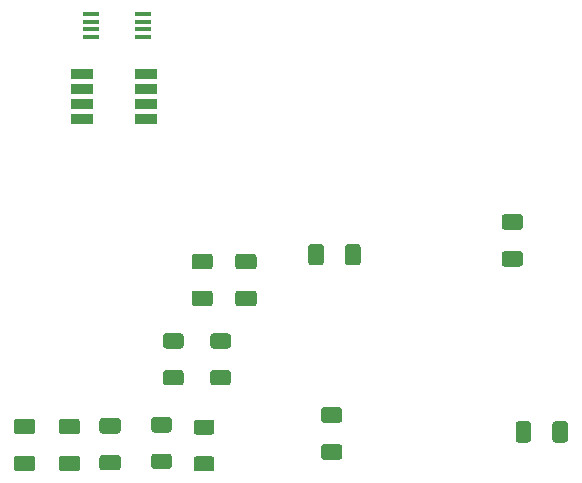
<source format=gbr>
%TF.GenerationSoftware,KiCad,Pcbnew,(5.1.10)-1*%
%TF.CreationDate,2021-12-06T12:22:38-06:00*%
%TF.ProjectId,FPGA-Shield,46504741-2d53-4686-9965-6c642e6b6963,rev?*%
%TF.SameCoordinates,Original*%
%TF.FileFunction,Paste,Top*%
%TF.FilePolarity,Positive*%
%FSLAX46Y46*%
G04 Gerber Fmt 4.6, Leading zero omitted, Abs format (unit mm)*
G04 Created by KiCad (PCBNEW (5.1.10)-1) date 2021-12-06 12:22:38*
%MOMM*%
%LPD*%
G01*
G04 APERTURE LIST*
%ADD10R,1.400000X0.450000*%
%ADD11R,1.906250X0.812500*%
G04 APERTURE END LIST*
%TO.C,R12*%
G36*
G01*
X140425000Y-74350000D02*
X139175000Y-74350000D01*
G75*
G02*
X138925000Y-74100000I0J250000D01*
G01*
X138925000Y-73300000D01*
G75*
G02*
X139175000Y-73050000I250000J0D01*
G01*
X140425000Y-73050000D01*
G75*
G02*
X140675000Y-73300000I0J-250000D01*
G01*
X140675000Y-74100000D01*
G75*
G02*
X140425000Y-74350000I-250000J0D01*
G01*
G37*
G36*
G01*
X140425000Y-77450000D02*
X139175000Y-77450000D01*
G75*
G02*
X138925000Y-77200000I0J250000D01*
G01*
X138925000Y-76400000D01*
G75*
G02*
X139175000Y-76150000I250000J0D01*
G01*
X140425000Y-76150000D01*
G75*
G02*
X140675000Y-76400000I0J-250000D01*
G01*
X140675000Y-77200000D01*
G75*
G02*
X140425000Y-77450000I-250000J0D01*
G01*
G37*
%TD*%
%TO.C,R11*%
G36*
G01*
X144425000Y-74350000D02*
X143175000Y-74350000D01*
G75*
G02*
X142925000Y-74100000I0J250000D01*
G01*
X142925000Y-73300000D01*
G75*
G02*
X143175000Y-73050000I250000J0D01*
G01*
X144425000Y-73050000D01*
G75*
G02*
X144675000Y-73300000I0J-250000D01*
G01*
X144675000Y-74100000D01*
G75*
G02*
X144425000Y-74350000I-250000J0D01*
G01*
G37*
G36*
G01*
X144425000Y-77450000D02*
X143175000Y-77450000D01*
G75*
G02*
X142925000Y-77200000I0J250000D01*
G01*
X142925000Y-76400000D01*
G75*
G02*
X143175000Y-76150000I250000J0D01*
G01*
X144425000Y-76150000D01*
G75*
G02*
X144675000Y-76400000I0J-250000D01*
G01*
X144675000Y-77200000D01*
G75*
G02*
X144425000Y-77450000I-250000J0D01*
G01*
G37*
%TD*%
%TO.C,R10*%
G36*
G01*
X143025000Y-81650000D02*
X141775000Y-81650000D01*
G75*
G02*
X141525000Y-81400000I0J250000D01*
G01*
X141525000Y-80600000D01*
G75*
G02*
X141775000Y-80350000I250000J0D01*
G01*
X143025000Y-80350000D01*
G75*
G02*
X143275000Y-80600000I0J-250000D01*
G01*
X143275000Y-81400000D01*
G75*
G02*
X143025000Y-81650000I-250000J0D01*
G01*
G37*
G36*
G01*
X143025000Y-84750000D02*
X141775000Y-84750000D01*
G75*
G02*
X141525000Y-84500000I0J250000D01*
G01*
X141525000Y-83700000D01*
G75*
G02*
X141775000Y-83450000I250000J0D01*
G01*
X143025000Y-83450000D01*
G75*
G02*
X143275000Y-83700000I0J-250000D01*
G01*
X143275000Y-84500000D01*
G75*
G02*
X143025000Y-84750000I-250000J0D01*
G01*
G37*
%TD*%
%TO.C,R9*%
G36*
G01*
X139425000Y-81450000D02*
X138175000Y-81450000D01*
G75*
G02*
X137925000Y-81200000I0J250000D01*
G01*
X137925000Y-80400000D01*
G75*
G02*
X138175000Y-80150000I250000J0D01*
G01*
X139425000Y-80150000D01*
G75*
G02*
X139675000Y-80400000I0J-250000D01*
G01*
X139675000Y-81200000D01*
G75*
G02*
X139425000Y-81450000I-250000J0D01*
G01*
G37*
G36*
G01*
X139425000Y-84550000D02*
X138175000Y-84550000D01*
G75*
G02*
X137925000Y-84300000I0J250000D01*
G01*
X137925000Y-83500000D01*
G75*
G02*
X138175000Y-83250000I250000J0D01*
G01*
X139425000Y-83250000D01*
G75*
G02*
X139675000Y-83500000I0J-250000D01*
G01*
X139675000Y-84300000D01*
G75*
G02*
X139425000Y-84550000I-250000J0D01*
G01*
G37*
%TD*%
%TO.C,C10*%
G36*
G01*
X145299999Y-69437500D02*
X146600001Y-69437500D01*
G75*
G02*
X146850000Y-69687499I0J-249999D01*
G01*
X146850000Y-70512501D01*
G75*
G02*
X146600001Y-70762500I-249999J0D01*
G01*
X145299999Y-70762500D01*
G75*
G02*
X145050000Y-70512501I0J249999D01*
G01*
X145050000Y-69687499D01*
G75*
G02*
X145299999Y-69437500I249999J0D01*
G01*
G37*
G36*
G01*
X145299999Y-66312500D02*
X146600001Y-66312500D01*
G75*
G02*
X146850000Y-66562499I0J-249999D01*
G01*
X146850000Y-67387501D01*
G75*
G02*
X146600001Y-67637500I-249999J0D01*
G01*
X145299999Y-67637500D01*
G75*
G02*
X145050000Y-67387501I0J249999D01*
G01*
X145050000Y-66562499D01*
G75*
G02*
X145299999Y-66312500I249999J0D01*
G01*
G37*
%TD*%
%TO.C,C9*%
G36*
G01*
X141599999Y-69437500D02*
X142900001Y-69437500D01*
G75*
G02*
X143150000Y-69687499I0J-249999D01*
G01*
X143150000Y-70512501D01*
G75*
G02*
X142900001Y-70762500I-249999J0D01*
G01*
X141599999Y-70762500D01*
G75*
G02*
X141350000Y-70512501I0J249999D01*
G01*
X141350000Y-69687499D01*
G75*
G02*
X141599999Y-69437500I249999J0D01*
G01*
G37*
G36*
G01*
X141599999Y-66312500D02*
X142900001Y-66312500D01*
G75*
G02*
X143150000Y-66562499I0J-249999D01*
G01*
X143150000Y-67387501D01*
G75*
G02*
X142900001Y-67637500I-249999J0D01*
G01*
X141599999Y-67637500D01*
G75*
G02*
X141350000Y-67387501I0J249999D01*
G01*
X141350000Y-66562499D01*
G75*
G02*
X141599999Y-66312500I249999J0D01*
G01*
G37*
%TD*%
%TO.C,C8*%
G36*
G01*
X130349999Y-83410000D02*
X131650001Y-83410000D01*
G75*
G02*
X131900000Y-83659999I0J-249999D01*
G01*
X131900000Y-84485001D01*
G75*
G02*
X131650001Y-84735000I-249999J0D01*
G01*
X130349999Y-84735000D01*
G75*
G02*
X130100000Y-84485001I0J249999D01*
G01*
X130100000Y-83659999D01*
G75*
G02*
X130349999Y-83410000I249999J0D01*
G01*
G37*
G36*
G01*
X130349999Y-80285000D02*
X131650001Y-80285000D01*
G75*
G02*
X131900000Y-80534999I0J-249999D01*
G01*
X131900000Y-81360001D01*
G75*
G02*
X131650001Y-81610000I-249999J0D01*
G01*
X130349999Y-81610000D01*
G75*
G02*
X130100000Y-81360001I0J249999D01*
G01*
X130100000Y-80534999D01*
G75*
G02*
X130349999Y-80285000I249999J0D01*
G01*
G37*
%TD*%
%TO.C,C7*%
G36*
G01*
X126549999Y-83400000D02*
X127850001Y-83400000D01*
G75*
G02*
X128100000Y-83649999I0J-249999D01*
G01*
X128100000Y-84475001D01*
G75*
G02*
X127850001Y-84725000I-249999J0D01*
G01*
X126549999Y-84725000D01*
G75*
G02*
X126300000Y-84475001I0J249999D01*
G01*
X126300000Y-83649999D01*
G75*
G02*
X126549999Y-83400000I249999J0D01*
G01*
G37*
G36*
G01*
X126549999Y-80275000D02*
X127850001Y-80275000D01*
G75*
G02*
X128100000Y-80524999I0J-249999D01*
G01*
X128100000Y-81350001D01*
G75*
G02*
X127850001Y-81600000I-249999J0D01*
G01*
X126549999Y-81600000D01*
G75*
G02*
X126300000Y-81350001I0J249999D01*
G01*
X126300000Y-80524999D01*
G75*
G02*
X126549999Y-80275000I249999J0D01*
G01*
G37*
%TD*%
%TO.C,C6*%
G36*
G01*
X133799999Y-83337500D02*
X135100001Y-83337500D01*
G75*
G02*
X135350000Y-83587499I0J-249999D01*
G01*
X135350000Y-84412501D01*
G75*
G02*
X135100001Y-84662500I-249999J0D01*
G01*
X133799999Y-84662500D01*
G75*
G02*
X133550000Y-84412501I0J249999D01*
G01*
X133550000Y-83587499D01*
G75*
G02*
X133799999Y-83337500I249999J0D01*
G01*
G37*
G36*
G01*
X133799999Y-80212500D02*
X135100001Y-80212500D01*
G75*
G02*
X135350000Y-80462499I0J-249999D01*
G01*
X135350000Y-81287501D01*
G75*
G02*
X135100001Y-81537500I-249999J0D01*
G01*
X133799999Y-81537500D01*
G75*
G02*
X133550000Y-81287501I0J249999D01*
G01*
X133550000Y-80462499D01*
G75*
G02*
X133799999Y-80212500I249999J0D01*
G01*
G37*
%TD*%
%TO.C,C5*%
G36*
G01*
X170100000Y-80749999D02*
X170100000Y-82050001D01*
G75*
G02*
X169850001Y-82300000I-249999J0D01*
G01*
X169024999Y-82300000D01*
G75*
G02*
X168775000Y-82050001I0J249999D01*
G01*
X168775000Y-80749999D01*
G75*
G02*
X169024999Y-80500000I249999J0D01*
G01*
X169850001Y-80500000D01*
G75*
G02*
X170100000Y-80749999I0J-249999D01*
G01*
G37*
G36*
G01*
X173225000Y-80749999D02*
X173225000Y-82050001D01*
G75*
G02*
X172975001Y-82300000I-249999J0D01*
G01*
X172149999Y-82300000D01*
G75*
G02*
X171900000Y-82050001I0J249999D01*
G01*
X171900000Y-80749999D01*
G75*
G02*
X172149999Y-80500000I249999J0D01*
G01*
X172975001Y-80500000D01*
G75*
G02*
X173225000Y-80749999I0J-249999D01*
G01*
G37*
%TD*%
%TO.C,C4*%
G36*
G01*
X153850001Y-80637500D02*
X152549999Y-80637500D01*
G75*
G02*
X152300000Y-80387501I0J249999D01*
G01*
X152300000Y-79562499D01*
G75*
G02*
X152549999Y-79312500I249999J0D01*
G01*
X153850001Y-79312500D01*
G75*
G02*
X154100000Y-79562499I0J-249999D01*
G01*
X154100000Y-80387501D01*
G75*
G02*
X153850001Y-80637500I-249999J0D01*
G01*
G37*
G36*
G01*
X153850001Y-83762500D02*
X152549999Y-83762500D01*
G75*
G02*
X152300000Y-83512501I0J249999D01*
G01*
X152300000Y-82687499D01*
G75*
G02*
X152549999Y-82437500I249999J0D01*
G01*
X153850001Y-82437500D01*
G75*
G02*
X154100000Y-82687499I0J-249999D01*
G01*
X154100000Y-83512501D01*
G75*
G02*
X153850001Y-83762500I-249999J0D01*
G01*
G37*
%TD*%
%TO.C,C3*%
G36*
G01*
X167849999Y-66087500D02*
X169150001Y-66087500D01*
G75*
G02*
X169400000Y-66337499I0J-249999D01*
G01*
X169400000Y-67162501D01*
G75*
G02*
X169150001Y-67412500I-249999J0D01*
G01*
X167849999Y-67412500D01*
G75*
G02*
X167600000Y-67162501I0J249999D01*
G01*
X167600000Y-66337499D01*
G75*
G02*
X167849999Y-66087500I249999J0D01*
G01*
G37*
G36*
G01*
X167849999Y-62962500D02*
X169150001Y-62962500D01*
G75*
G02*
X169400000Y-63212499I0J-249999D01*
G01*
X169400000Y-64037501D01*
G75*
G02*
X169150001Y-64287500I-249999J0D01*
G01*
X167849999Y-64287500D01*
G75*
G02*
X167600000Y-64037501I0J249999D01*
G01*
X167600000Y-63212499D01*
G75*
G02*
X167849999Y-62962500I249999J0D01*
G01*
G37*
%TD*%
%TO.C,C2*%
G36*
G01*
X154337500Y-67050001D02*
X154337500Y-65749999D01*
G75*
G02*
X154587499Y-65500000I249999J0D01*
G01*
X155412501Y-65500000D01*
G75*
G02*
X155662500Y-65749999I0J-249999D01*
G01*
X155662500Y-67050001D01*
G75*
G02*
X155412501Y-67300000I-249999J0D01*
G01*
X154587499Y-67300000D01*
G75*
G02*
X154337500Y-67050001I0J249999D01*
G01*
G37*
G36*
G01*
X151212500Y-67050001D02*
X151212500Y-65749999D01*
G75*
G02*
X151462499Y-65500000I249999J0D01*
G01*
X152287501Y-65500000D01*
G75*
G02*
X152537500Y-65749999I0J-249999D01*
G01*
X152537500Y-67050001D01*
G75*
G02*
X152287501Y-67300000I-249999J0D01*
G01*
X151462499Y-67300000D01*
G75*
G02*
X151212500Y-67050001I0J249999D01*
G01*
G37*
%TD*%
D10*
%TO.C,U2*%
X132800000Y-46025000D03*
X132800000Y-46675000D03*
X132800000Y-47325000D03*
X132800000Y-47975000D03*
X137200000Y-47975000D03*
X137200000Y-47325000D03*
X137200000Y-46675000D03*
X137200000Y-46025000D03*
%TD*%
D11*
%TO.C,U3*%
X137512000Y-54905000D03*
X137512000Y-53635000D03*
X137512000Y-52365000D03*
X137512000Y-51095000D03*
X132088000Y-51095000D03*
X132088000Y-52365000D03*
X132088000Y-53635000D03*
X132088000Y-54905000D03*
%TD*%
M02*

</source>
